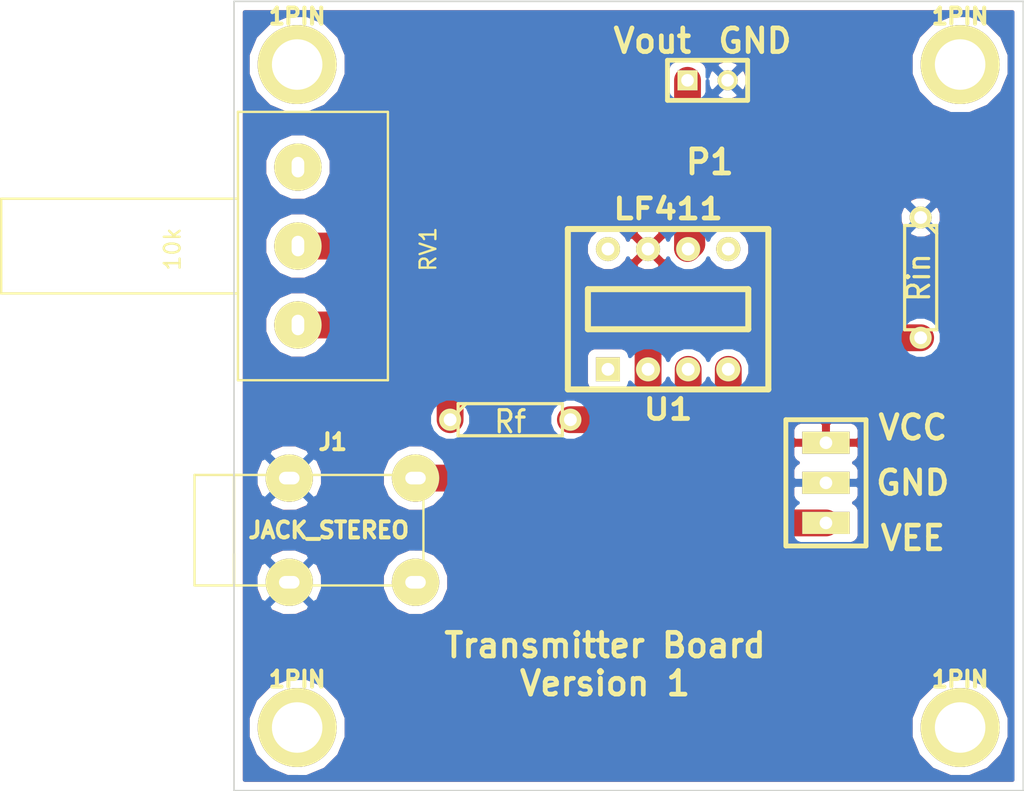
<source format=kicad_pcb>
(kicad_pcb (version 3) (host pcbnew "(2014-01-10 BZR 4027)-stable")

  (general
    (links 12)
    (no_connects 0)
    (area 144.774999 109.917 210.050001 160.050001)
    (thickness 1.6)
    (drawings 10)
    (tracks 26)
    (zones 0)
    (modules 11)
    (nets 8)
  )

  (page A3)
  (layers
    (15 F.Cu signal)
    (0 B.Cu signal hide)
    (16 B.Adhes user)
    (17 F.Adhes user)
    (18 B.Paste user)
    (19 F.Paste user)
    (20 B.SilkS user)
    (21 F.SilkS user)
    (22 B.Mask user)
    (23 F.Mask user)
    (24 Dwgs.User user)
    (25 Cmts.User user)
    (26 Eco1.User user)
    (27 Eco2.User user)
    (28 Edge.Cuts user)
  )

  (setup
    (last_trace_width 1.7)
    (trace_clearance 0.4)
    (zone_clearance 0.508)
    (zone_45_only no)
    (trace_min 0.254)
    (segment_width 0.2)
    (edge_width 0.1)
    (via_size 0.889)
    (via_drill 0.635)
    (via_min_size 0.889)
    (via_min_drill 0.508)
    (uvia_size 0.508)
    (uvia_drill 0.127)
    (uvias_allowed no)
    (uvia_min_size 0.508)
    (uvia_min_drill 0.127)
    (pcb_text_width 0.3)
    (pcb_text_size 1.5 1.5)
    (mod_edge_width 0.15)
    (mod_text_size 1 1)
    (mod_text_width 0.15)
    (pad_size 5 5)
    (pad_drill 3.2)
    (pad_to_mask_clearance 0)
    (aux_axis_origin 0 0)
    (visible_elements FFFFFFBF)
    (pcbplotparams
      (layerselection 284196865)
      (usegerberextensions true)
      (excludeedgelayer true)
      (linewidth 0.150000)
      (plotframeref false)
      (viasonmask false)
      (mode 1)
      (useauxorigin false)
      (hpglpennumber 1)
      (hpglpenspeed 20)
      (hpglpendiameter 15)
      (hpglpenoverlay 2)
      (psnegative false)
      (psa4output false)
      (plotreference true)
      (plotvalue true)
      (plotothertext true)
      (plotinvisibletext false)
      (padsonsilk false)
      (subtractmaskfromsilk false)
      (outputformat 1)
      (mirror false)
      (drillshape 0)
      (scaleselection 1)
      (outputdirectory ../TransmitterBoardGerber/))
  )

  (net 0 "")
  (net 1 GND)
  (net 2 N-000004)
  (net 3 N-000005)
  (net 4 N-000007)
  (net 5 N-000009)
  (net 6 VCC)
  (net 7 VEE)

  (net_class Default "This is the default net class."
    (clearance 0.4)
    (trace_width 1.7)
    (via_dia 0.889)
    (via_drill 0.635)
    (uvia_dia 0.508)
    (uvia_drill 0.127)
    (add_net "")
    (add_net GND)
    (add_net N-000004)
    (add_net N-000005)
    (add_net N-000007)
    (add_net N-000009)
    (add_net VCC)
    (add_net VEE)
  )

  (module SWDIP4 (layer F.Cu) (tedit 536ED81F) (tstamp 536AF39D)
    (at 187.5 129.5)
    (descr "Switch Dil 4 elements")
    (tags "SWITCH DEV")
    (path /536AAA44)
    (fp_text reference U1 (at 0 6.35) (layer F.SilkS)
      (effects (font (size 1.27 1.524) (thickness 0.3048)))
    )
    (fp_text value LF411 (at 0 -6.35) (layer F.SilkS)
      (effects (font (size 1.27 1.524) (thickness 0.3048)))
    )
    (fp_line (start 5.08 -1.27) (end 5.08 1.27) (layer F.SilkS) (width 0.381))
    (fp_line (start 5.08 1.27) (end -5.08 1.27) (layer F.SilkS) (width 0.381))
    (fp_line (start -5.08 1.27) (end -5.08 -1.27) (layer F.SilkS) (width 0.381))
    (fp_line (start -5.08 -1.27) (end 5.08 -1.27) (layer F.SilkS) (width 0.381))
    (fp_line (start -6.35 5.08) (end -6.35 -5.08) (layer F.SilkS) (width 0.381))
    (fp_line (start -6.35 -5.08) (end 6.35 -5.08) (layer F.SilkS) (width 0.381))
    (fp_line (start 6.35 -5.08) (end 6.35 5.08) (layer F.SilkS) (width 0.381))
    (fp_line (start 6.35 5.08) (end -6.35 5.08) (layer F.SilkS) (width 0.381))
    (pad 1 thru_hole rect (at -3.81 3.81) (size 1.524 1.524) (drill 0.8128)
      (layers *.Cu *.Mask F.SilkS)
    )
    (pad 2 thru_hole circle (at -1.27 3.81) (size 1.524 1.524) (drill 0.8128)
      (layers *.Cu *.Mask F.SilkS)
      (net 2 N-000004)
    )
    (pad 3 thru_hole circle (at 1.27 3.81) (size 1.524 1.524) (drill 0.8128)
      (layers *.Cu *.Mask F.SilkS)
      (net 3 N-000005)
    )
    (pad 4 thru_hole circle (at 3.81 3.81) (size 1.524 1.524) (drill 0.8128)
      (layers *.Cu *.Mask F.SilkS)
      (net 7 VEE)
    )
    (pad 5 thru_hole circle (at 3.81 -3.81) (size 1.524 1.524) (drill 0.8128)
      (layers *.Cu *.Mask F.SilkS)
    )
    (pad 6 thru_hole circle (at 1.27 -3.81) (size 1.524 1.524) (drill 0.8128)
      (layers *.Cu *.Mask F.SilkS)
      (net 4 N-000007)
    )
    (pad 7 thru_hole circle (at -1.27 -3.81) (size 1.524 1.524) (drill 0.8128)
      (layers *.Cu *.Mask F.SilkS)
      (net 6 VCC)
    )
    (pad 8 thru_hole circle (at -3.81 -3.81) (size 1.524 1.524) (drill 0.8128)
      (layers *.Cu *.Mask F.SilkS)
    )
  )

  (module R3 (layer F.Cu) (tedit 4E4C0E65) (tstamp 536AF3AB)
    (at 203.5 127.5 270)
    (descr "Resitance 3 pas")
    (tags R)
    (path /536AD15F)
    (autoplace_cost180 10)
    (fp_text reference R1 (at 0 0.127 270) (layer F.SilkS) hide
      (effects (font (size 1.397 1.27) (thickness 0.2032)))
    )
    (fp_text value Rin (at 0 0.127 270) (layer F.SilkS)
      (effects (font (size 1.397 1.27) (thickness 0.2032)))
    )
    (fp_line (start -3.81 0) (end -3.302 0) (layer F.SilkS) (width 0.2032))
    (fp_line (start 3.81 0) (end 3.302 0) (layer F.SilkS) (width 0.2032))
    (fp_line (start 3.302 0) (end 3.302 -1.016) (layer F.SilkS) (width 0.2032))
    (fp_line (start 3.302 -1.016) (end -3.302 -1.016) (layer F.SilkS) (width 0.2032))
    (fp_line (start -3.302 -1.016) (end -3.302 1.016) (layer F.SilkS) (width 0.2032))
    (fp_line (start -3.302 1.016) (end 3.302 1.016) (layer F.SilkS) (width 0.2032))
    (fp_line (start 3.302 1.016) (end 3.302 0) (layer F.SilkS) (width 0.2032))
    (fp_line (start -3.302 -0.508) (end -2.794 -1.016) (layer F.SilkS) (width 0.2032))
    (pad 1 thru_hole circle (at -3.81 0 270) (size 1.397 1.397) (drill 0.8128)
      (layers *.Cu *.Mask F.SilkS)
      (net 1 GND)
    )
    (pad 2 thru_hole circle (at 3.81 0 270) (size 1.397 1.397) (drill 0.8128)
      (layers *.Cu *.Mask F.SilkS)
      (net 2 N-000004)
    )
    (model discret/resistor.wrl
      (at (xyz 0 0 0))
      (scale (xyz 0.3 0.3 0.3))
      (rotate (xyz 0 0 0))
    )
  )

  (module R3 (layer F.Cu) (tedit 4E4C0E65) (tstamp 536ED28A)
    (at 177.5 136.5)
    (descr "Resitance 3 pas")
    (tags R)
    (path /536AD25A)
    (autoplace_cost180 10)
    (fp_text reference R2 (at 0 0.127) (layer F.SilkS) hide
      (effects (font (size 1.397 1.27) (thickness 0.2032)))
    )
    (fp_text value Rf (at 0 0.127) (layer F.SilkS)
      (effects (font (size 1.397 1.27) (thickness 0.2032)))
    )
    (fp_line (start -3.81 0) (end -3.302 0) (layer F.SilkS) (width 0.2032))
    (fp_line (start 3.81 0) (end 3.302 0) (layer F.SilkS) (width 0.2032))
    (fp_line (start 3.302 0) (end 3.302 -1.016) (layer F.SilkS) (width 0.2032))
    (fp_line (start 3.302 -1.016) (end -3.302 -1.016) (layer F.SilkS) (width 0.2032))
    (fp_line (start -3.302 -1.016) (end -3.302 1.016) (layer F.SilkS) (width 0.2032))
    (fp_line (start -3.302 1.016) (end 3.302 1.016) (layer F.SilkS) (width 0.2032))
    (fp_line (start 3.302 1.016) (end 3.302 0) (layer F.SilkS) (width 0.2032))
    (fp_line (start -3.302 -0.508) (end -2.794 -1.016) (layer F.SilkS) (width 0.2032))
    (pad 1 thru_hole circle (at -3.81 0) (size 1.397 1.397) (drill 0.8128)
      (layers *.Cu *.Mask F.SilkS)
      (net 5 N-000009)
    )
    (pad 2 thru_hole circle (at 3.81 0) (size 1.397 1.397) (drill 0.8128)
      (layers *.Cu *.Mask F.SilkS)
      (net 2 N-000004)
    )
    (model discret/resistor.wrl
      (at (xyz 0 0 0))
      (scale (xyz 0.3 0.3 0.3))
      (rotate (xyz 0 0 0))
    )
  )

  (module PinHeader3 (layer F.Cu) (tedit 536923B5) (tstamp 536AF3C4)
    (at 197.5 140.5 270)
    (descr "Bornier d'alimentation 3 pins")
    (tags DEV)
    (path /536AD4E2)
    (fp_text reference K1 (at 0 -5.08 270) (layer F.SilkS) hide
      (effects (font (size 1.524 1.524) (thickness 0.3048)))
    )
    (fp_text value CONN_3 (at 0 5.08 270) (layer F.SilkS) hide
      (effects (font (size 1.524 1.524) (thickness 0.3048)))
    )
    (fp_line (start -4 2.54) (end -4 -2.54) (layer F.SilkS) (width 0.3048))
    (fp_line (start 4 2.54) (end 4 -2.54) (layer F.SilkS) (width 0.3048))
    (fp_line (start -4 2.54) (end 4 2.54) (layer F.SilkS) (width 0.3048))
    (fp_line (start -4 -2.54) (end 4 -2.54) (layer F.SilkS) (width 0.3048))
    (pad 1 thru_hole rect (at -2.54 0 270) (size 1.4 3) (drill 0.8)
      (layers *.Cu *.Mask F.SilkS)
      (net 6 VCC)
    )
    (pad 2 thru_hole rect (at 0 0 270) (size 1.4 3) (drill 0.8)
      (layers *.Cu *.Mask F.SilkS)
      (net 1 GND)
    )
    (pad 3 thru_hole rect (at 2.54 0 270) (size 1.4 3) (drill 0.8)
      (layers *.Cu *.Mask F.SilkS)
      (net 7 VEE)
    )
    (model Device/bornier_3.wrl
      (at (xyz 0 0 0))
      (scale (xyz 0.55 0.55 1))
      (rotate (xyz 0 0 0))
    )
  )

  (module HeadphoneJack (layer F.Cu) (tedit 536EDE5D) (tstamp 536EB17A)
    (at 166 143.5)
    (descr "module 1 pin (ou trou mecanique de percage)")
    (tags "CONN JACK")
    (path /536AD003)
    (fp_text reference J1 (at 0.254 -5.588) (layer F.SilkS)
      (effects (font (size 1.016 1.016) (thickness 0.254)))
    )
    (fp_text value JACK_STEREO (at 0 0) (layer F.SilkS)
      (effects (font (size 1.016 1.016) (thickness 0.254)))
    )
    (fp_line (start -8.5 -3.5) (end -6 -3.5) (layer F.SilkS) (width 0.15))
    (fp_line (start -8.5 -3.5) (end -8.5 3.5) (layer F.SilkS) (width 0.15))
    (fp_line (start -8.5 3.5) (end -6 3.5) (layer F.SilkS) (width 0.15))
    (fp_line (start -6 3.5) (end -6 1.5) (layer F.SilkS) (width 0.15))
    (fp_line (start -6 -3.5) (end 6 -3.5) (layer F.SilkS) (width 0.15))
    (fp_line (start 6 -3.5) (end 6 3.5) (layer F.SilkS) (width 0.15))
    (fp_line (start 6 3.5) (end -6 3.5) (layer F.SilkS) (width 0.15))
    (fp_line (start -6 3.5) (end -6 -3.5) (layer F.SilkS) (width 0.15))
    (fp_line (start -6 -3.5) (end -5.5 -3.5) (layer F.SilkS) (width 0.15))
    (pad 2 thru_hole circle (at 5.5 -3.3) (size 3 3) (drill oval 1.3 0.8)
      (layers *.Cu *.Mask F.SilkS)
      (net 3 N-000005)
    )
    (pad 1 thru_hole circle (at -2.5 3.3 90) (size 3 3) (drill oval 0.8 1.3)
      (layers *.Cu *.Mask F.SilkS)
      (net 1 GND)
    )
    (pad 3 thru_hole circle (at 5.5 3.3) (size 3 3) (drill oval 1.3 0.8)
      (layers *.Cu *.Mask F.SilkS)
    )
    (pad 1 thru_hole circle (at -2.5 -3.3 90) (size 3 3) (drill oval 0.8 1.3)
      (layers *.Cu *.Mask F.SilkS)
      (net 1 GND)
    )
    (model Connectors/POWER_21.wrl
      (at (xyz 0 0 0))
      (scale (xyz 0.8 0.8 0.8))
      (rotate (xyz 0 0 0))
    )
  )

  (module POT_P160KN (layer F.Cu) (tedit 536EBCE1) (tstamp 536EBBED)
    (at 165 125.5 90)
    (path /536EBBB0)
    (fp_text reference RV1 (at -0.2 7.3 90) (layer F.SilkS)
      (effects (font (size 1 1) (thickness 0.15)))
    )
    (fp_text value 10k (at -0.2 -8.9 90) (layer F.SilkS)
      (effects (font (size 1 1) (thickness 0.15)))
    )
    (fp_line (start 3 -4.75) (end 3 -19.75) (layer F.SilkS) (width 0.15))
    (fp_line (start 3 -19.75) (end -3 -19.75) (layer F.SilkS) (width 0.15))
    (fp_line (start -3 -19.75) (end -3 -4.75) (layer F.SilkS) (width 0.15))
    (fp_line (start 8.5 -4.75) (end 8.5 4.75) (layer F.SilkS) (width 0.15))
    (fp_line (start 8.5 4.75) (end -8.5 4.75) (layer F.SilkS) (width 0.15))
    (fp_line (start -8.5 4.75) (end -8.5 -4.75) (layer F.SilkS) (width 0.15))
    (fp_line (start -8.5 -4.75) (end 8.5 -4.75) (layer F.SilkS) (width 0.15))
    (pad 2 thru_hole circle (at 0 -0.95 90) (size 3 3) (drill oval 1.3 0.8)
      (layers *.Cu *.Mask F.SilkS)
      (net 4 N-000007)
    )
    (pad 3 thru_hole circle (at 5 -0.95 90) (size 3 3) (drill oval 1.3 0.8)
      (layers *.Cu *.Mask F.SilkS)
    )
    (pad 1 thru_hole circle (at -5 -0.95 90) (size 3 3) (drill oval 1.3 0.8)
      (layers *.Cu *.Mask F.SilkS)
      (net 5 N-000009)
    )
  )

  (module 1pin (layer F.Cu) (tedit 536ED39D) (tstamp 536F1F7E)
    (at 206 114)
    (descr "module 1 pin (ou trou mecanique de percage)")
    (tags DEV)
    (path 1pin)
    (fp_text reference 1PIN (at 0 -3.048) (layer F.SilkS)
      (effects (font (size 1.016 1.016) (thickness 0.254)))
    )
    (fp_text value P*** (at 0 2.794) (layer F.SilkS) hide
      (effects (font (size 1.016 1.016) (thickness 0.254)))
    )
    (fp_circle (center 0 0) (end 0 -2.286) (layer F.SilkS) (width 0.381))
    (pad 1 thru_hole circle (at 0 0) (size 5 5) (drill 3.2)
      (layers *.Cu *.Mask F.SilkS)
    )
  )

  (module 1pin (layer F.Cu) (tedit 536ED6B2) (tstamp 536EFCAE)
    (at 164 114)
    (descr "module 1 pin (ou trou mecanique de percage)")
    (tags DEV)
    (path 1pin)
    (fp_text reference 1PIN (at 0 -3.048) (layer F.SilkS)
      (effects (font (size 1.016 1.016) (thickness 0.254)))
    )
    (fp_text value P*** (at 0 2.794) (layer F.SilkS) hide
      (effects (font (size 1.016 1.016) (thickness 0.254)))
    )
    (fp_circle (center 0 0) (end 0 -2.286) (layer F.SilkS) (width 0.381))
    (pad 1 thru_hole circle (at 0 0) (size 5 5) (drill 3.2)
      (layers *.Cu *.Mask F.SilkS)
    )
  )

  (module 1pin (layer F.Cu) (tedit 536ED6E2) (tstamp 536EFCC6)
    (at 164 156)
    (descr "module 1 pin (ou trou mecanique de percage)")
    (tags DEV)
    (path 1pin)
    (fp_text reference 1PIN (at 0 -3.048) (layer F.SilkS)
      (effects (font (size 1.016 1.016) (thickness 0.254)))
    )
    (fp_text value P*** (at 0 2.794) (layer F.SilkS) hide
      (effects (font (size 1.016 1.016) (thickness 0.254)))
    )
    (fp_circle (center 0 0) (end 0 -2.286) (layer F.SilkS) (width 0.381))
    (pad 1 thru_hole circle (at 0 0) (size 5 5) (drill 3.2)
      (layers *.Cu *.Mask F.SilkS)
    )
  )

  (module 1pin (layer F.Cu) (tedit 536ED712) (tstamp 536EFCE0)
    (at 206 156)
    (descr "module 1 pin (ou trou mecanique de percage)")
    (tags DEV)
    (path 1pin)
    (fp_text reference 1PIN (at 0 -3.048) (layer F.SilkS)
      (effects (font (size 1.016 1.016) (thickness 0.254)))
    )
    (fp_text value P*** (at 0 2.794) (layer F.SilkS) hide
      (effects (font (size 1.016 1.016) (thickness 0.254)))
    )
    (fp_circle (center 0 0) (end 0 -2.286) (layer F.SilkS) (width 0.381))
    (pad 1 thru_hole circle (at 0 0) (size 5 5) (drill 3.2)
      (layers *.Cu *.Mask F.SilkS)
    )
  )

  (module PinHeader2 (layer F.Cu) (tedit 53692903) (tstamp 536ED8DE)
    (at 190 115)
    (descr "Bornier d'alimentation 2 pins")
    (tags DEV)
    (path /536ED8E7)
    (fp_text reference P1 (at 0.14 5.18) (layer F.SilkS)
      (effects (font (size 1.524 1.524) (thickness 0.3048)))
    )
    (fp_text value CONN_2 (at 0 5.08) (layer F.SilkS) hide
      (effects (font (size 1.524 1.524) (thickness 0.3048)))
    )
    (fp_line (start 2.54 1.27) (end -2.54 1.27) (layer F.SilkS) (width 0.3048))
    (fp_line (start 2.54 1.27) (end 2.54 -1.27) (layer F.SilkS) (width 0.3048))
    (fp_line (start 2.54 -1.27) (end -2.54 -1.27) (layer F.SilkS) (width 0.3048))
    (fp_line (start -2.54 -1.27) (end -2.54 1.27) (layer F.SilkS) (width 0.3048))
    (pad 1 thru_hole rect (at -1.27 0) (size 1.27 1.27) (drill 0.8)
      (layers *.Cu *.Mask F.SilkS)
      (net 4 N-000007)
    )
    (pad 2 thru_hole circle (at 1.27 0) (size 1.27 1.27) (drill 0.8)
      (layers *.Cu *.Mask F.SilkS)
      (net 1 GND)
    )
    (model Device/bornier_2.wrl
      (at (xyz 0 0 0))
      (scale (xyz 0.55 0.55 1))
      (rotate (xyz 0 0 0))
    )
  )

  (gr_text "Transmitter Board\nVersion 1" (at 183.5 152) (layer F.SilkS)
    (effects (font (size 1.5 1.5) (thickness 0.3)))
  )
  (gr_text Vout (at 186.5 112.5) (layer F.SilkS)
    (effects (font (size 1.5 1.5) (thickness 0.3)))
  )
  (gr_text GND (at 193 112.5) (layer F.SilkS)
    (effects (font (size 1.5 1.5) (thickness 0.3)))
  )
  (gr_text VCC (at 203 137) (layer F.SilkS)
    (effects (font (size 1.5 1.5) (thickness 0.3)))
  )
  (gr_text GND (at 203 140.5) (layer F.SilkS)
    (effects (font (size 1.5 1.5) (thickness 0.3)))
  )
  (gr_text VEE (at 203 144) (layer F.SilkS)
    (effects (font (size 1.5 1.5) (thickness 0.3)))
  )
  (gr_line (start 160 160) (end 160 110) (angle 90) (layer Edge.Cuts) (width 0.1))
  (gr_line (start 210 160) (end 160 160) (angle 90) (layer Edge.Cuts) (width 0.1))
  (gr_line (start 210 110) (end 210 160) (angle 90) (layer Edge.Cuts) (width 0.1))
  (gr_line (start 160 110) (end 210 110) (angle 90) (layer Edge.Cuts) (width 0.1))

  (segment (start 186.23 133.31) (end 186.23 129.77) (width 1.7) (layer F.Cu) (net 2))
  (segment (start 199.31 131.31) (end 203.5 131.31) (width 1.7) (layer F.Cu) (net 2) (tstamp 536F203A))
  (segment (start 197.5 129.5) (end 199.31 131.31) (width 1.7) (layer F.Cu) (net 2) (tstamp 536F2039))
  (segment (start 186.5 129.5) (end 197.5 129.5) (width 1.7) (layer F.Cu) (net 2) (tstamp 536F2038))
  (segment (start 186.23 129.77) (end 186.5 129.5) (width 1.7) (layer F.Cu) (net 2) (tstamp 536F2037))
  (segment (start 186.23 133.31) (end 186.23 136.27) (width 1.7) (layer F.Cu) (net 2))
  (segment (start 186 136.5) (end 181.31 136.5) (width 1.7) (layer F.Cu) (net 2) (tstamp 536F2028))
  (segment (start 186.23 136.27) (end 186 136.5) (width 1.7) (layer F.Cu) (net 2) (tstamp 536F2027))
  (segment (start 188.77 133.31) (end 188.77 140.23) (width 1.7) (layer F.Cu) (net 3))
  (segment (start 188.74 140.2) (end 171.5 140.2) (width 1.7) (layer F.Cu) (net 3) (tstamp 536F203F))
  (segment (start 188.77 140.23) (end 188.74 140.2) (width 1.7) (layer F.Cu) (net 3) (tstamp 536F203E))
  (segment (start 179.29 125.5) (end 179.29 119.94) (width 1.7) (layer F.Cu) (net 4))
  (segment (start 164.05 125.5) (end 179.29 125.5) (width 1.7) (layer F.Cu) (net 4) (status 400000))
  (segment (start 187.46 120.02) (end 188.88 121.44) (width 1.7) (layer F.Cu) (net 4) (tstamp 536EFC00))
  (segment (start 179.37 120.02) (end 187.46 120.02) (width 1.7) (layer F.Cu) (net 4) (tstamp 536EFBF7))
  (segment (start 179.29 119.94) (end 179.37 120.02) (width 1.7) (layer F.Cu) (net 4) (tstamp 536EFBF2))
  (segment (start 188.73 115) (end 188.73 121.44) (width 1.7) (layer F.Cu) (net 4) (status 400000))
  (segment (start 188.73 121.44) (end 188.73 125.65) (width 1.7) (layer F.Cu) (net 4) (tstamp 536EFC08) (status 800000))
  (segment (start 189 125.38) (end 189 123.62) (width 1.7) (layer F.Cu) (net 4) (tstamp 536EFBAB) (status 400000))
  (segment (start 188.73 125.65) (end 189 125.38) (width 1.7) (layer F.Cu) (net 4) (tstamp 536EFBA9) (status C00000))
  (segment (start 164.05 130.5) (end 173.5 130.5) (width 1.7) (layer F.Cu) (net 5))
  (segment (start 173.69 130.69) (end 173.69 136.5) (width 1.7) (layer F.Cu) (net 5) (tstamp 536F2023))
  (segment (start 173.5 130.5) (end 173.69 130.69) (width 1.7) (layer F.Cu) (net 5) (tstamp 536F2022))
  (segment (start 191.31 133.31) (end 191.31 142.69) (width 1.7) (layer F.Cu) (net 7))
  (segment (start 191.66 143.04) (end 197.5 143.04) (width 1.7) (layer F.Cu) (net 7) (tstamp 536F2044))
  (segment (start 191.31 142.69) (end 191.66 143.04) (width 1.7) (layer F.Cu) (net 7) (tstamp 536F2043))

  (zone (net 6) (net_name VCC) (layer F.Cu) (tstamp 536EFCFB) (hatch edge 0.508)
    (connect_pads (clearance 0.508))
    (min_thickness 0.254)
    (fill (arc_segments 16) (thermal_gap 0.508) (thermal_bridge_width 0.508))
    (polygon
      (pts
        (xy 210 160) (xy 160 160) (xy 160 110) (xy 210 110)
      )
    )
    (filled_polygon
      (pts
        (xy 209.315 159.315) (xy 209.135543 159.315) (xy 209.135543 155.379146) (xy 209.135543 113.379146) (xy 208.659273 112.226485)
        (xy 207.778153 111.343826) (xy 206.626326 110.865546) (xy 205.379146 110.864457) (xy 204.226485 111.340727) (xy 203.343826 112.221847)
        (xy 202.865546 113.373674) (xy 202.864457 114.620854) (xy 203.340727 115.773515) (xy 204.221847 116.656174) (xy 205.373674 117.134454)
        (xy 206.620854 117.135543) (xy 207.773515 116.659273) (xy 208.656174 115.778153) (xy 209.134454 114.626326) (xy 209.135543 113.379146)
        (xy 209.135543 155.379146) (xy 208.659273 154.226485) (xy 207.778153 153.343826) (xy 206.626326 152.865546) (xy 205.379146 152.864457)
        (xy 204.985 153.027314) (xy 204.985 131.31) (xy 204.871961 130.741715) (xy 204.83373 130.684498) (xy 204.83373 123.425914)
        (xy 204.631145 122.93562) (xy 204.256353 122.560174) (xy 203.766413 122.356733) (xy 203.235914 122.35627) (xy 202.74562 122.558855)
        (xy 202.370174 122.933647) (xy 202.166733 123.423587) (xy 202.16627 123.954086) (xy 202.368855 124.44438) (xy 202.743647 124.819826)
        (xy 203.233587 125.023267) (xy 203.764086 125.02373) (xy 204.25438 124.821145) (xy 204.629826 124.446353) (xy 204.833267 123.956413)
        (xy 204.83373 123.425914) (xy 204.83373 130.684498) (xy 204.550054 130.259946) (xy 204.068285 129.938039) (xy 203.5 129.825)
        (xy 199.925107 129.825) (xy 198.550054 128.449946) (xy 198.068285 128.128039) (xy 197.5 128.014999) (xy 197.499994 128.015)
        (xy 192.707241 128.015) (xy 192.707241 125.413339) (xy 192.495009 124.899697) (xy 192.10237 124.506372) (xy 191.589099 124.293244)
        (xy 191.033339 124.292759) (xy 190.519697 124.504991) (xy 190.485 124.539627) (xy 190.485 123.62) (xy 190.371961 123.051715)
        (xy 190.215 122.816805) (xy 190.215 122.0636) (xy 190.251961 122.008285) (xy 190.365 121.44) (xy 190.251961 120.871715)
        (xy 190.215 120.816398) (xy 190.215 115.740776) (xy 190.549664 116.076025) (xy 191.016273 116.269778) (xy 191.52151 116.270219)
        (xy 191.988457 116.077281) (xy 192.346025 115.720336) (xy 192.539778 115.253727) (xy 192.540219 114.74849) (xy 192.347281 114.281543)
        (xy 191.990336 113.923975) (xy 191.523727 113.730222) (xy 191.01849 113.729781) (xy 190.551543 113.922719) (xy 190.193975 114.279664)
        (xy 190.111313 114.478734) (xy 190.101961 114.431715) (xy 190.00011 114.279283) (xy 190.00011 114.239245) (xy 189.903641 114.005771)
        (xy 189.725168 113.826987) (xy 189.491864 113.730111) (xy 189.450993 113.730075) (xy 189.298285 113.628039) (xy 188.73 113.515)
        (xy 188.161715 113.628039) (xy 188.009283 113.72989) (xy 187.969245 113.72989) (xy 187.735771 113.826359) (xy 187.556987 114.004832)
        (xy 187.460111 114.238136) (xy 187.460075 114.279006) (xy 187.358039 114.431715) (xy 187.245 115) (xy 187.245 118.535)
        (xy 179.692188 118.535) (xy 179.29 118.454999) (xy 178.721715 118.568039) (xy 178.239946 118.889946) (xy 177.918039 119.371715)
        (xy 177.804999 119.94) (xy 177.805 119.940005) (xy 177.805 124.015) (xy 167.135543 124.015) (xy 167.135543 113.379146)
        (xy 166.659273 112.226485) (xy 165.778153 111.343826) (xy 164.626326 110.865546) (xy 163.379146 110.864457) (xy 162.226485 111.340727)
        (xy 161.343826 112.221847) (xy 160.865546 113.373674) (xy 160.864457 114.620854) (xy 161.340727 115.773515) (xy 162.221847 116.656174)
        (xy 163.373674 117.134454) (xy 164.620854 117.135543) (xy 165.773515 116.659273) (xy 166.656174 115.778153) (xy 167.134454 114.626326)
        (xy 167.135543 113.379146) (xy 167.135543 124.015) (xy 166.18537 124.015) (xy 166.18537 120.077185) (xy 165.86102 119.2922)
        (xy 165.260959 118.691091) (xy 164.476541 118.365372) (xy 163.627185 118.36463) (xy 162.8422 118.68898) (xy 162.241091 119.289041)
        (xy 161.915372 120.073459) (xy 161.91463 120.922815) (xy 162.23898 121.7078) (xy 162.839041 122.308909) (xy 163.623459 122.634628)
        (xy 164.472815 122.63537) (xy 165.2578 122.31102) (xy 165.858909 121.710959) (xy 166.184628 120.926541) (xy 166.18537 120.077185)
        (xy 166.18537 124.015) (xy 165.584303 124.015) (xy 165.260959 123.691091) (xy 164.476541 123.365372) (xy 163.627185 123.36463)
        (xy 162.8422 123.68898) (xy 162.241091 124.289041) (xy 161.915372 125.073459) (xy 161.91463 125.922815) (xy 162.23898 126.7078)
        (xy 162.839041 127.308909) (xy 163.623459 127.634628) (xy 164.472815 127.63537) (xy 165.2578 127.31102) (xy 165.584389 126.985)
        (xy 179.29 126.985) (xy 179.858285 126.871961) (xy 180.340054 126.550054) (xy 180.661961 126.068285) (xy 180.775 125.5)
        (xy 180.775 121.505) (xy 186.844892 121.505) (xy 187.245 121.905107) (xy 187.245 124.899371) (xy 187.210212 124.889393)
        (xy 187.030607 125.068998) (xy 187.030607 124.709788) (xy 186.961142 124.467604) (xy 186.437696 124.280857) (xy 185.882631 124.30864)
        (xy 185.498858 124.467604) (xy 185.429393 124.709788) (xy 186.23 125.510395) (xy 187.030607 124.709788) (xy 187.030607 125.068998)
        (xy 186.409605 125.69) (xy 187.210212 126.490607) (xy 187.452396 126.421142) (xy 187.466732 126.380956) (xy 187.679946 126.700054)
        (xy 188.161715 127.021961) (xy 188.73 127.135001) (xy 188.73 127.135) (xy 188.970437 127.087174) (xy 189.046661 127.087241)
        (xy 189.117729 127.057875) (xy 189.117731 127.057875) (xy 189.298285 127.021961) (xy 189.450013 126.920579) (xy 189.560303 126.875009)
        (xy 189.645502 126.789958) (xy 189.780054 126.700054) (xy 190.05005 126.430056) (xy 190.050053 126.430054) (xy 190.050054 126.430054)
        (xy 190.083528 126.379955) (xy 190.124991 126.480303) (xy 190.51763 126.873628) (xy 191.030901 127.086756) (xy 191.586661 127.087241)
        (xy 192.100303 126.875009) (xy 192.493628 126.48237) (xy 192.706756 125.969099) (xy 192.707241 125.413339) (xy 192.707241 128.015)
        (xy 187.030607 128.015) (xy 187.030607 126.670212) (xy 186.23 125.869605) (xy 186.050395 126.04921) (xy 186.050395 125.69)
        (xy 185.249788 124.889393) (xy 185.007604 124.958858) (xy 184.957491 125.099321) (xy 184.875009 124.899697) (xy 184.48237 124.506372)
        (xy 183.969099 124.293244) (xy 183.413339 124.292759) (xy 182.899697 124.504991) (xy 182.506372 124.89763) (xy 182.293244 125.410901)
        (xy 182.292759 125.966661) (xy 182.504991 126.480303) (xy 182.89763 126.873628) (xy 183.410901 127.086756) (xy 183.966661 127.087241)
        (xy 184.480303 126.875009) (xy 184.873628 126.48237) (xy 184.953394 126.290269) (xy 185.007604 126.421142) (xy 185.249788 126.490607)
        (xy 186.050395 125.69) (xy 186.050395 126.04921) (xy 185.429393 126.670212) (xy 185.498858 126.912396) (xy 186.022304 127.099143)
        (xy 186.577369 127.07136) (xy 186.961142 126.912396) (xy 187.030607 126.670212) (xy 187.030607 128.015) (xy 186.5 128.015)
        (xy 185.931715 128.128039) (xy 185.449946 128.449946) (xy 185.449943 128.449949) (xy 185.179946 128.719946) (xy 184.858039 129.201715)
        (xy 184.744999 129.77) (xy 184.745 129.770005) (xy 184.745 131.982096) (xy 184.578864 131.913111) (xy 184.326245 131.91289)
        (xy 182.802245 131.91289) (xy 182.568771 132.009359) (xy 182.389987 132.187832) (xy 182.293111 132.421136) (xy 182.29289 132.673755)
        (xy 182.29289 134.197755) (xy 182.389359 134.431229) (xy 182.567832 134.610013) (xy 182.801136 134.706889) (xy 183.053755 134.70711)
        (xy 184.577755 134.70711) (xy 184.745 134.638006) (xy 184.745 135.015) (xy 181.31 135.015) (xy 180.741715 135.128039)
        (xy 180.259946 135.449946) (xy 179.938039 135.931715) (xy 179.825 136.5) (xy 179.938039 137.068285) (xy 180.259946 137.550054)
        (xy 180.741715 137.871961) (xy 181.31 137.985) (xy 185.999994 137.985) (xy 186 137.985001) (xy 186 137.985)
        (xy 186.568285 137.871961) (xy 187.050054 137.550054) (xy 187.28005 137.320056) (xy 187.280053 137.320054) (xy 187.280054 137.320054)
        (xy 187.285 137.312651) (xy 187.285 138.715) (xy 175.175 138.715) (xy 175.175 136.5) (xy 175.175 130.69)
        (xy 175.061961 130.121715) (xy 174.740054 129.639946) (xy 174.74005 129.639943) (xy 174.550054 129.449946) (xy 174.068285 129.128039)
        (xy 173.5 129.014999) (xy 173.499994 129.015) (xy 165.584303 129.015) (xy 165.260959 128.691091) (xy 164.476541 128.365372)
        (xy 163.627185 128.36463) (xy 162.8422 128.68898) (xy 162.241091 129.289041) (xy 161.915372 130.073459) (xy 161.91463 130.922815)
        (xy 162.23898 131.7078) (xy 162.839041 132.308909) (xy 163.623459 132.634628) (xy 164.472815 132.63537) (xy 165.2578 132.31102)
        (xy 165.584389 131.985) (xy 172.205 131.985) (xy 172.205 136.5) (xy 172.318039 137.068285) (xy 172.639946 137.550054)
        (xy 173.121715 137.871961) (xy 173.69 137.985) (xy 174.258285 137.871961) (xy 174.740054 137.550054) (xy 175.061961 137.068285)
        (xy 175.175 136.5) (xy 175.175 138.715) (xy 173.034303 138.715) (xy 172.710959 138.391091) (xy 171.926541 138.065372)
        (xy 171.077185 138.06463) (xy 170.2922 138.38898) (xy 169.691091 138.989041) (xy 169.365372 139.773459) (xy 169.36463 140.622815)
        (xy 169.68898 141.4078) (xy 170.289041 142.008909) (xy 171.073459 142.334628) (xy 171.922815 142.33537) (xy 172.7078 142.01102)
        (xy 173.034389 141.685) (xy 188.619179 141.685) (xy 188.77 141.715) (xy 189.338284 141.601961) (xy 189.338285 141.601961)
        (xy 189.820054 141.280054) (xy 189.825 141.272651) (xy 189.825 142.689994) (xy 189.824999 142.69) (xy 189.938039 143.258285)
        (xy 190.259946 143.740054) (xy 190.609943 144.09005) (xy 190.609946 144.090054) (xy 191.091715 144.411961) (xy 191.659999 144.525)
        (xy 191.659999 144.524999) (xy 191.66 144.525) (xy 197.5 144.525) (xy 198.068285 144.411961) (xy 198.123436 144.37511)
        (xy 199.125755 144.37511) (xy 199.359229 144.278641) (xy 199.538013 144.100168) (xy 199.634889 143.866864) (xy 199.63511 143.614245)
        (xy 199.63511 142.214245) (xy 199.538641 141.980771) (xy 199.360168 141.801987) (xy 199.283234 141.770041) (xy 199.359229 141.738641)
        (xy 199.538013 141.560168) (xy 199.634889 141.326864) (xy 199.63511 141.074245) (xy 199.63511 139.674245) (xy 199.538641 139.440771)
        (xy 199.360168 139.261987) (xy 199.283134 139.23) (xy 199.360168 139.198013) (xy 199.538641 139.019229) (xy 199.63511 138.785755)
        (xy 199.63511 137.134245) (xy 199.538641 136.900771) (xy 199.360168 136.721987) (xy 199.126864 136.625111) (xy 198.874245 136.62489)
        (xy 197.78575 136.625) (xy 197.627 136.78375) (xy 197.627 137.833) (xy 199.47625 137.833) (xy 199.635 137.67425)
        (xy 199.63511 137.134245) (xy 199.63511 138.785755) (xy 199.635 138.24575) (xy 199.47625 138.087) (xy 197.627 138.087)
        (xy 197.627 138.107) (xy 197.373 138.107) (xy 197.373 138.087) (xy 197.373 137.833) (xy 197.373 136.78375)
        (xy 197.21425 136.625) (xy 196.125755 136.62489) (xy 195.873136 136.625111) (xy 195.639832 136.721987) (xy 195.461359 136.900771)
        (xy 195.36489 137.134245) (xy 195.365 137.67425) (xy 195.52375 137.833) (xy 197.373 137.833) (xy 197.373 138.087)
        (xy 195.52375 138.087) (xy 195.365 138.24575) (xy 195.36489 138.785755) (xy 195.461359 139.019229) (xy 195.639832 139.198013)
        (xy 195.716765 139.229958) (xy 195.640771 139.261359) (xy 195.461987 139.439832) (xy 195.365111 139.673136) (xy 195.36489 139.925755)
        (xy 195.36489 141.325755) (xy 195.459611 141.555) (xy 192.795 141.555) (xy 192.795 133.31) (xy 192.681961 132.741715)
        (xy 192.360054 132.259946) (xy 191.878285 131.938039) (xy 191.31 131.825) (xy 190.741715 131.938039) (xy 190.259946 132.259946)
        (xy 190.04 132.589119) (xy 189.820054 132.259946) (xy 189.338285 131.938039) (xy 188.77 131.825) (xy 188.201715 131.938039)
        (xy 187.719946 132.259946) (xy 187.715 132.267348) (xy 187.715 130.985) (xy 196.884892 130.985) (xy 198.259943 132.36005)
        (xy 198.259946 132.360054) (xy 198.741715 132.681961) (xy 199.31 132.795) (xy 203.5 132.795) (xy 204.068285 132.681961)
        (xy 204.550054 132.360054) (xy 204.871961 131.878285) (xy 204.985 131.31) (xy 204.985 153.027314) (xy 204.226485 153.340727)
        (xy 203.343826 154.221847) (xy 202.865546 155.373674) (xy 202.864457 156.620854) (xy 203.340727 157.773515) (xy 204.221847 158.656174)
        (xy 205.373674 159.134454) (xy 206.620854 159.135543) (xy 207.773515 158.659273) (xy 208.656174 157.778153) (xy 209.134454 156.626326)
        (xy 209.135543 155.379146) (xy 209.135543 159.315) (xy 173.63537 159.315) (xy 173.63537 146.377185) (xy 173.31102 145.5922)
        (xy 172.710959 144.991091) (xy 171.926541 144.665372) (xy 171.077185 144.66463) (xy 170.2922 144.98898) (xy 169.691091 145.589041)
        (xy 169.365372 146.373459) (xy 169.36463 147.222815) (xy 169.68898 148.0078) (xy 170.289041 148.608909) (xy 171.073459 148.934628)
        (xy 171.922815 148.93537) (xy 172.7078 148.61102) (xy 173.308909 148.010959) (xy 173.634628 147.226541) (xy 173.63537 146.377185)
        (xy 173.63537 159.315) (xy 167.135543 159.315) (xy 167.135543 155.379146) (xy 166.659273 154.226485) (xy 165.778153 153.343826)
        (xy 165.63537 153.284537) (xy 165.63537 146.377185) (xy 165.63537 139.777185) (xy 165.31102 138.9922) (xy 164.710959 138.391091)
        (xy 163.926541 138.065372) (xy 163.077185 138.06463) (xy 162.2922 138.38898) (xy 161.691091 138.989041) (xy 161.365372 139.773459)
        (xy 161.36463 140.622815) (xy 161.68898 141.4078) (xy 162.289041 142.008909) (xy 163.073459 142.334628) (xy 163.922815 142.33537)
        (xy 164.7078 142.01102) (xy 165.308909 141.410959) (xy 165.634628 140.626541) (xy 165.63537 139.777185) (xy 165.63537 146.377185)
        (xy 165.31102 145.5922) (xy 164.710959 144.991091) (xy 163.926541 144.665372) (xy 163.077185 144.66463) (xy 162.2922 144.98898)
        (xy 161.691091 145.589041) (xy 161.365372 146.373459) (xy 161.36463 147.222815) (xy 161.68898 148.0078) (xy 162.289041 148.608909)
        (xy 163.073459 148.934628) (xy 163.922815 148.93537) (xy 164.7078 148.61102) (xy 165.308909 148.010959) (xy 165.634628 147.226541)
        (xy 165.63537 146.377185) (xy 165.63537 153.284537) (xy 164.626326 152.865546) (xy 163.379146 152.864457) (xy 162.226485 153.340727)
        (xy 161.343826 154.221847) (xy 160.865546 155.373674) (xy 160.864457 156.620854) (xy 161.340727 157.773515) (xy 162.221847 158.656174)
        (xy 163.373674 159.134454) (xy 164.620854 159.135543) (xy 165.773515 158.659273) (xy 166.656174 157.778153) (xy 167.134454 156.626326)
        (xy 167.135543 155.379146) (xy 167.135543 159.315) (xy 160.685 159.315) (xy 160.685 110.685) (xy 209.315 110.685)
        (xy 209.315 159.315)
      )
    )
  )
  (zone (net 1) (net_name GND) (layer B.Cu) (tstamp 536EFCFC) (hatch edge 0.508)
    (connect_pads (clearance 0.508))
    (min_thickness 0.254)
    (fill (arc_segments 16) (thermal_gap 0.508) (thermal_bridge_width 0.508))
    (polygon
      (pts
        (xy 210 160) (xy 160 160) (xy 160 110) (xy 210 110)
      )
    )
    (filled_polygon
      (pts
        (xy 209.315 159.315) (xy 209.135543 159.315) (xy 209.135543 155.379146) (xy 209.135543 113.379146) (xy 208.659273 112.226485)
        (xy 207.778153 111.343826) (xy 206.626326 110.865546) (xy 205.379146 110.864457) (xy 204.226485 111.340727) (xy 203.343826 112.221847)
        (xy 202.865546 113.373674) (xy 202.864457 114.620854) (xy 203.340727 115.773515) (xy 204.221847 116.656174) (xy 205.373674 117.134454)
        (xy 206.620854 117.135543) (xy 207.773515 116.659273) (xy 208.656174 115.778153) (xy 209.134454 114.626326) (xy 209.135543 113.379146)
        (xy 209.135543 155.379146) (xy 208.659273 154.226485) (xy 207.778153 153.343826) (xy 206.626326 152.865546) (xy 205.379146 152.864457)
        (xy 204.845924 153.084779) (xy 204.845924 123.88252) (xy 204.817146 123.352802) (xy 204.669798 122.997072) (xy 204.434186 122.935419)
        (xy 204.254581 123.115024) (xy 204.254581 122.755814) (xy 204.192928 122.520202) (xy 203.69252 122.344076) (xy 203.162802 122.372854)
        (xy 202.807072 122.520202) (xy 202.745419 122.755814) (xy 203.5 123.510395) (xy 204.254581 122.755814) (xy 204.254581 123.115024)
        (xy 203.679605 123.69) (xy 204.434186 124.444581) (xy 204.669798 124.382928) (xy 204.845924 123.88252) (xy 204.845924 153.084779)
        (xy 204.83373 153.089818) (xy 204.83373 131.045914) (xy 204.631145 130.55562) (xy 204.256353 130.180174) (xy 204.254581 130.179438)
        (xy 204.254581 124.624186) (xy 203.5 123.869605) (xy 203.320395 124.04921) (xy 203.320395 123.69) (xy 202.565814 122.935419)
        (xy 202.330202 122.997072) (xy 202.154076 123.49748) (xy 202.182854 124.027198) (xy 202.330202 124.382928) (xy 202.565814 124.444581)
        (xy 203.320395 123.69) (xy 203.320395 124.04921) (xy 202.745419 124.624186) (xy 202.807072 124.859798) (xy 203.30748 125.035924)
        (xy 203.837198 125.007146) (xy 204.192928 124.859798) (xy 204.254581 124.624186) (xy 204.254581 130.179438) (xy 203.766413 129.976733)
        (xy 203.235914 129.97627) (xy 202.74562 130.178855) (xy 202.370174 130.553647) (xy 202.166733 131.043587) (xy 202.16627 131.574086)
        (xy 202.368855 132.06438) (xy 202.743647 132.439826) (xy 203.233587 132.643267) (xy 203.764086 132.64373) (xy 204.25438 132.441145)
        (xy 204.629826 132.066353) (xy 204.833267 131.576413) (xy 204.83373 131.045914) (xy 204.83373 153.089818) (xy 204.226485 153.340727)
        (xy 203.343826 154.221847) (xy 202.865546 155.373674) (xy 202.864457 156.620854) (xy 203.340727 157.773515) (xy 204.221847 158.656174)
        (xy 205.373674 159.134454) (xy 206.620854 159.135543) (xy 207.773515 158.659273) (xy 208.656174 157.778153) (xy 209.134454 156.626326)
        (xy 209.135543 155.379146) (xy 209.135543 159.315) (xy 199.63511 159.315) (xy 199.63511 143.614245) (xy 199.63511 142.214245)
        (xy 199.538641 141.980771) (xy 199.360168 141.801987) (xy 199.283134 141.77) (xy 199.360168 141.738013) (xy 199.538641 141.559229)
        (xy 199.63511 141.325755) (xy 199.63511 139.674245) (xy 199.538641 139.440771) (xy 199.360168 139.261987) (xy 199.283234 139.230041)
        (xy 199.359229 139.198641) (xy 199.538013 139.020168) (xy 199.634889 138.786864) (xy 199.63511 138.534245) (xy 199.63511 137.134245)
        (xy 199.538641 136.900771) (xy 199.360168 136.721987) (xy 199.126864 136.625111) (xy 198.874245 136.62489) (xy 195.874245 136.62489)
        (xy 195.640771 136.721359) (xy 195.461987 136.899832) (xy 195.365111 137.133136) (xy 195.36489 137.385755) (xy 195.36489 138.785755)
        (xy 195.461359 139.019229) (xy 195.639832 139.198013) (xy 195.716865 139.23) (xy 195.639832 139.261987) (xy 195.461359 139.440771)
        (xy 195.36489 139.674245) (xy 195.365 140.21425) (xy 195.52375 140.373) (xy 197.373 140.373) (xy 197.373 140.353)
        (xy 197.627 140.353) (xy 197.627 140.373) (xy 199.47625 140.373) (xy 199.635 140.21425) (xy 199.63511 139.674245)
        (xy 199.63511 141.325755) (xy 199.635 140.78575) (xy 199.47625 140.627) (xy 197.627 140.627) (xy 197.627 140.647)
        (xy 197.373 140.647) (xy 197.373 140.627) (xy 195.52375 140.627) (xy 195.365 140.78575) (xy 195.36489 141.325755)
        (xy 195.461359 141.559229) (xy 195.639832 141.738013) (xy 195.716765 141.769958) (xy 195.640771 141.801359) (xy 195.461987 141.979832)
        (xy 195.365111 142.213136) (xy 195.36489 142.465755) (xy 195.36489 143.865755) (xy 195.461359 144.099229) (xy 195.639832 144.278013)
        (xy 195.873136 144.374889) (xy 196.125755 144.37511) (xy 199.125755 144.37511) (xy 199.359229 144.278641) (xy 199.538013 144.100168)
        (xy 199.634889 143.866864) (xy 199.63511 143.614245) (xy 199.63511 159.315) (xy 192.707241 159.315) (xy 192.707241 133.033339)
        (xy 192.707241 125.413339) (xy 192.552679 125.039269) (xy 192.552679 115.177335) (xy 192.522904 114.672976) (xy 192.387178 114.345304)
        (xy 192.158132 114.291473) (xy 191.978527 114.471078) (xy 191.978527 114.111868) (xy 191.924696 113.882822) (xy 191.447335 113.717321)
        (xy 190.942976 113.747096) (xy 190.615304 113.882822) (xy 190.561473 114.111868) (xy 191.27 114.820395) (xy 191.978527 114.111868)
        (xy 191.978527 114.471078) (xy 191.449605 115) (xy 192.158132 115.708527) (xy 192.387178 115.654696) (xy 192.552679 115.177335)
        (xy 192.552679 125.039269) (xy 192.495009 124.899697) (xy 192.10237 124.506372) (xy 191.978527 124.454948) (xy 191.978527 115.888132)
        (xy 191.27 115.179605) (xy 191.090395 115.35921) (xy 191.090395 115) (xy 190.381868 114.291473) (xy 190.152822 114.345304)
        (xy 190.00011 114.785777) (xy 190.00011 114.239245) (xy 189.903641 114.005771) (xy 189.725168 113.826987) (xy 189.491864 113.730111)
        (xy 189.239245 113.72989) (xy 187.969245 113.72989) (xy 187.735771 113.826359) (xy 187.556987 114.004832) (xy 187.460111 114.238136)
        (xy 187.45989 114.490755) (xy 187.45989 115.760755) (xy 187.556359 115.994229) (xy 187.734832 116.173013) (xy 187.968136 116.269889)
        (xy 188.220755 116.27011) (xy 189.490755 116.27011) (xy 189.724229 116.173641) (xy 189.903013 115.995168) (xy 189.999889 115.761864)
        (xy 190.00011 115.509245) (xy 190.00011 115.039297) (xy 190.017096 115.327024) (xy 190.152822 115.654696) (xy 190.381868 115.708527)
        (xy 191.090395 115) (xy 191.090395 115.35921) (xy 190.561473 115.888132) (xy 190.615304 116.117178) (xy 191.092665 116.282679)
        (xy 191.597024 116.252904) (xy 191.924696 116.117178) (xy 191.978527 115.888132) (xy 191.978527 124.454948) (xy 191.589099 124.293244)
        (xy 191.033339 124.292759) (xy 190.519697 124.504991) (xy 190.126372 124.89763) (xy 190.04005 125.105514) (xy 189.955009 124.899697)
        (xy 189.56237 124.506372) (xy 189.049099 124.293244) (xy 188.493339 124.292759) (xy 187.979697 124.504991) (xy 187.586372 124.89763)
        (xy 187.50005 125.105514) (xy 187.415009 124.899697) (xy 187.02237 124.506372) (xy 186.509099 124.293244) (xy 185.953339 124.292759)
        (xy 185.439697 124.504991) (xy 185.046372 124.89763) (xy 184.96005 125.105514) (xy 184.875009 124.899697) (xy 184.48237 124.506372)
        (xy 183.969099 124.293244) (xy 183.413339 124.292759) (xy 182.899697 124.504991) (xy 182.506372 124.89763) (xy 182.293244 125.410901)
        (xy 182.292759 125.966661) (xy 182.504991 126.480303) (xy 182.89763 126.873628) (xy 183.410901 127.086756) (xy 183.966661 127.087241)
        (xy 184.480303 126.875009) (xy 184.873628 126.48237) (xy 184.959949 126.274485) (xy 185.044991 126.480303) (xy 185.43763 126.873628)
        (xy 185.950901 127.086756) (xy 186.506661 127.087241) (xy 187.020303 126.875009) (xy 187.413628 126.48237) (xy 187.499949 126.274485)
        (xy 187.584991 126.480303) (xy 187.97763 126.873628) (xy 188.490901 127.086756) (xy 189.046661 127.087241) (xy 189.560303 126.875009)
        (xy 189.953628 126.48237) (xy 190.039949 126.274485) (xy 190.124991 126.480303) (xy 190.51763 126.873628) (xy 191.030901 127.086756)
        (xy 191.586661 127.087241) (xy 192.100303 126.875009) (xy 192.493628 126.48237) (xy 192.706756 125.969099) (xy 192.707241 125.413339)
        (xy 192.707241 133.033339) (xy 192.495009 132.519697) (xy 192.10237 132.126372) (xy 191.589099 131.913244) (xy 191.033339 131.912759)
        (xy 190.519697 132.124991) (xy 190.126372 132.51763) (xy 190.04005 132.725514) (xy 189.955009 132.519697) (xy 189.56237 132.126372)
        (xy 189.049099 131.913244) (xy 188.493339 131.912759) (xy 187.979697 132.124991) (xy 187.586372 132.51763) (xy 187.50005 132.725514)
        (xy 187.415009 132.519697) (xy 187.02237 132.126372) (xy 186.509099 131.913244) (xy 185.953339 131.912759) (xy 185.439697 132.124991)
        (xy 185.08711 132.476963) (xy 185.08711 132.422245) (xy 184.990641 132.188771) (xy 184.812168 132.009987) (xy 184.578864 131.913111)
        (xy 184.326245 131.91289) (xy 182.802245 131.91289) (xy 182.568771 132.009359) (xy 182.389987 132.187832) (xy 182.293111 132.421136)
        (xy 182.29289 132.673755) (xy 182.29289 134.197755) (xy 182.389359 134.431229) (xy 182.567832 134.610013) (xy 182.801136 134.706889)
        (xy 183.053755 134.70711) (xy 184.577755 134.70711) (xy 184.811229 134.610641) (xy 184.990013 134.432168) (xy 185.086889 134.198864)
        (xy 185.086938 134.142323) (xy 185.43763 134.493628) (xy 185.950901 134.706756) (xy 186.506661 134.707241) (xy 187.020303 134.495009)
        (xy 187.413628 134.10237) (xy 187.499949 133.894485) (xy 187.584991 134.100303) (xy 187.97763 134.493628) (xy 188.490901 134.706756)
        (xy 189.046661 134.707241) (xy 189.560303 134.495009) (xy 189.953628 134.10237) (xy 190.039949 133.894485) (xy 190.124991 134.100303)
        (xy 190.51763 134.493628) (xy 191.030901 134.706756) (xy 191.586661 134.707241) (xy 192.100303 134.495009) (xy 192.493628 134.10237)
        (xy 192.706756 133.589099) (xy 192.707241 133.033339) (xy 192.707241 159.315) (xy 182.64373 159.315) (xy 182.64373 136.235914)
        (xy 182.441145 135.74562) (xy 182.066353 135.370174) (xy 181.576413 135.166733) (xy 181.045914 135.16627) (xy 180.55562 135.368855)
        (xy 180.180174 135.743647) (xy 179.976733 136.233587) (xy 179.97627 136.764086) (xy 180.178855 137.25438) (xy 180.553647 137.629826)
        (xy 181.043587 137.833267) (xy 181.574086 137.83373) (xy 182.06438 137.631145) (xy 182.439826 137.256353) (xy 182.643267 136.766413)
        (xy 182.64373 136.235914) (xy 182.64373 159.315) (xy 175.02373 159.315) (xy 175.02373 136.235914) (xy 174.821145 135.74562)
        (xy 174.446353 135.370174) (xy 173.956413 135.166733) (xy 173.425914 135.16627) (xy 172.93562 135.368855) (xy 172.560174 135.743647)
        (xy 172.356733 136.233587) (xy 172.35627 136.764086) (xy 172.558855 137.25438) (xy 172.933647 137.629826) (xy 173.423587 137.833267)
        (xy 173.954086 137.83373) (xy 174.44438 137.631145) (xy 174.819826 137.256353) (xy 175.023267 136.766413) (xy 175.02373 136.235914)
        (xy 175.02373 159.315) (xy 173.63537 159.315) (xy 173.63537 146.377185) (xy 173.63537 139.777185) (xy 173.31102 138.9922)
        (xy 172.710959 138.391091) (xy 171.926541 138.065372) (xy 171.077185 138.06463) (xy 170.2922 138.38898) (xy 169.691091 138.989041)
        (xy 169.365372 139.773459) (xy 169.36463 140.622815) (xy 169.68898 141.4078) (xy 170.289041 142.008909) (xy 171.073459 142.334628)
        (xy 171.922815 142.33537) (xy 172.7078 142.01102) (xy 173.308909 141.410959) (xy 173.634628 140.626541) (xy 173.63537 139.777185)
        (xy 173.63537 146.377185) (xy 173.31102 145.5922) (xy 172.710959 144.991091) (xy 171.926541 144.665372) (xy 171.077185 144.66463)
        (xy 170.2922 144.98898) (xy 169.691091 145.589041) (xy 169.365372 146.373459) (xy 169.36463 147.222815) (xy 169.68898 148.0078)
        (xy 170.289041 148.608909) (xy 171.073459 148.934628) (xy 171.922815 148.93537) (xy 172.7078 148.61102) (xy 173.308909 148.010959)
        (xy 173.634628 147.226541) (xy 173.63537 146.377185) (xy 173.63537 159.315) (xy 167.135543 159.315) (xy 167.135543 155.379146)
        (xy 167.135543 113.379146) (xy 166.659273 112.226485) (xy 165.778153 111.343826) (xy 164.626326 110.865546) (xy 163.379146 110.864457)
        (xy 162.226485 111.340727) (xy 161.343826 112.221847) (xy 160.865546 113.373674) (xy 160.864457 114.620854) (xy 161.340727 115.773515)
        (xy 162.221847 116.656174) (xy 163.373674 117.134454) (xy 164.620854 117.135543) (xy 165.773515 116.659273) (xy 166.656174 115.778153)
        (xy 167.134454 114.626326) (xy 167.135543 113.379146) (xy 167.135543 155.379146) (xy 166.659273 154.226485) (xy 166.18537 153.751754)
        (xy 166.18537 130.077185) (xy 166.18537 125.077185) (xy 166.18537 120.077185) (xy 165.86102 119.2922) (xy 165.260959 118.691091)
        (xy 164.476541 118.365372) (xy 163.627185 118.36463) (xy 162.8422 118.68898) (xy 162.241091 119.289041) (xy 161.915372 120.073459)
        (xy 161.91463 120.922815) (xy 162.23898 121.7078) (xy 162.839041 122.308909) (xy 163.623459 122.634628) (xy 164.472815 122.63537)
        (xy 165.2578 122.31102) (xy 165.858909 121.710959) (xy 166.184628 120.926541) (xy 166.18537 120.077185) (xy 166.18537 125.077185)
        (xy 165.86102 124.2922) (xy 165.260959 123.691091) (xy 164.476541 123.365372) (xy 163.627185 123.36463) (xy 162.8422 123.68898)
        (xy 162.241091 124.289041) (xy 161.915372 125.073459) (xy 161.91463 125.922815) (xy 162.23898 126.7078) (xy 162.839041 127.308909)
        (xy 163.623459 127.634628) (xy 164.472815 127.63537) (xy 165.2578 127.31102) (xy 165.858909 126.710959) (xy 166.184628 125.926541)
        (xy 166.18537 125.077185) (xy 166.18537 130.077185) (xy 165.86102 129.2922) (xy 165.260959 128.691091) (xy 164.476541 128.365372)
        (xy 163.627185 128.36463) (xy 162.8422 128.68898) (xy 162.241091 129.289041) (xy 161.915372 130.073459) (xy 161.91463 130.922815)
        (xy 162.23898 131.7078) (xy 162.839041 132.308909) (xy 163.623459 132.634628) (xy 164.472815 132.63537) (xy 165.2578 132.31102)
        (xy 165.858909 131.710959) (xy 166.184628 130.926541) (xy 166.18537 130.077185) (xy 166.18537 153.751754) (xy 165.778153 153.343826)
        (xy 165.642723 153.28759) (xy 165.642723 147.183813) (xy 165.642723 140.583813) (xy 165.626497 139.734613) (xy 165.332739 139.025418)
        (xy 165.013969 138.865636) (xy 164.834364 139.045241) (xy 164.834364 138.686031) (xy 164.674582 138.367261) (xy 163.883813 138.057277)
        (xy 163.034613 138.073503) (xy 162.325418 138.367261) (xy 162.165636 138.686031) (xy 163.5 140.020395) (xy 164.834364 138.686031)
        (xy 164.834364 139.045241) (xy 163.679605 140.2) (xy 165.013969 141.534364) (xy 165.332739 141.374582) (xy 165.642723 140.583813)
        (xy 165.642723 147.183813) (xy 165.626497 146.334613) (xy 165.332739 145.625418) (xy 165.013969 145.465636) (xy 164.834364 145.645241)
        (xy 164.834364 145.286031) (xy 164.834364 141.713969) (xy 163.5 140.379605) (xy 163.320395 140.55921) (xy 163.320395 140.2)
        (xy 161.986031 138.865636) (xy 161.667261 139.025418) (xy 161.357277 139.816187) (xy 161.373503 140.665387) (xy 161.667261 141.374582)
        (xy 161.986031 141.534364) (xy 163.320395 140.2) (xy 163.320395 140.55921) (xy 162.165636 141.713969) (xy 162.325418 142.032739)
        (xy 163.116187 142.342723) (xy 163.965387 142.326497) (xy 164.674582 142.032739) (xy 164.834364 141.713969) (xy 164.834364 145.286031)
        (xy 164.674582 144.967261) (xy 163.883813 144.657277) (xy 163.034613 144.673503) (xy 162.325418 144.967261) (xy 162.165636 145.286031)
        (xy 163.5 146.620395) (xy 164.834364 145.286031) (xy 164.834364 145.645241) (xy 163.679605 146.8) (xy 165.013969 148.134364)
        (xy 165.332739 147.974582) (xy 165.642723 147.183813) (xy 165.642723 153.28759) (xy 164.834364 152.95193) (xy 164.834364 148.313969)
        (xy 163.5 146.979605) (xy 163.320395 147.15921) (xy 163.320395 146.8) (xy 161.986031 145.465636) (xy 161.667261 145.625418)
        (xy 161.357277 146.416187) (xy 161.373503 147.265387) (xy 161.667261 147.974582) (xy 161.986031 148.134364) (xy 163.320395 146.8)
        (xy 163.320395 147.15921) (xy 162.165636 148.313969) (xy 162.325418 148.632739) (xy 163.116187 148.942723) (xy 163.965387 148.926497)
        (xy 164.674582 148.632739) (xy 164.834364 148.313969) (xy 164.834364 152.95193) (xy 164.626326 152.865546) (xy 163.379146 152.864457)
        (xy 162.226485 153.340727) (xy 161.343826 154.221847) (xy 160.865546 155.373674) (xy 160.864457 156.620854) (xy 161.340727 157.773515)
        (xy 162.221847 158.656174) (xy 163.373674 159.134454) (xy 164.620854 159.135543) (xy 165.773515 158.659273) (xy 166.656174 157.778153)
        (xy 167.134454 156.626326) (xy 167.135543 155.379146) (xy 167.135543 159.315) (xy 160.685 159.315) (xy 160.685 110.685)
        (xy 209.315 110.685) (xy 209.315 159.315)
      )
    )
  )
)

</source>
